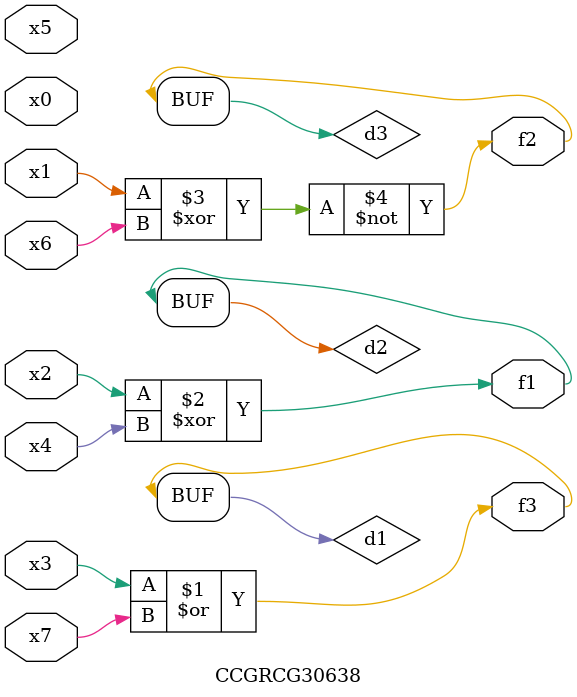
<source format=v>
module CCGRCG30638(
	input x0, x1, x2, x3, x4, x5, x6, x7,
	output f1, f2, f3
);

	wire d1, d2, d3;

	or (d1, x3, x7);
	xor (d2, x2, x4);
	xnor (d3, x1, x6);
	assign f1 = d2;
	assign f2 = d3;
	assign f3 = d1;
endmodule

</source>
